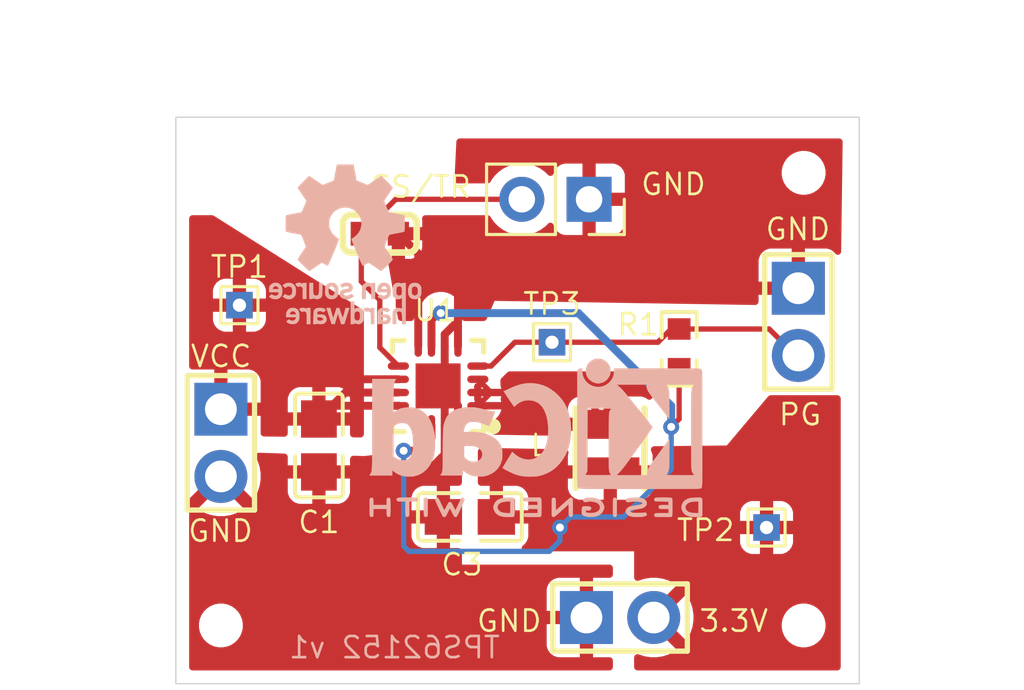
<source format=kicad_pcb>
(kicad_pcb (version 20241229) (generator "pcbnew") (generator_version "9.0")
  (layers (0 "F.Cu" signal) (2 "B.Cu" signal) (13 "F.Paste" user) (15 "B.Paste" user) (5 "F.SilkS" user "F.Silkscreen") (7 "B.SilkS" user "B.Silkscreen") (1 "F.Mask" user) (3 "B.Mask" user) (25 "Edge.Cuts" user))
  (net 0 "")
  (net 1 "GND")
  (net 2 "VCC")
  (net 3 "+3.3V")
  (net 4 "/POWER_GOOD")
  (net 5 "/SSTR")
  (net 6 "/SW")
  (footprint "MountingHole:ToolingHole_1.152mm" (layer "F.Cu") (at 183.3 123.8)
    (property "Reference" "REF**" (hide yes))
    (property "Value" "ToolingHole_1.152mm")
    (pad "" np_thru_hole circle (at 0 0) (size 1.152 1.152) (drill 1.152) (layers "*.Cu" "*.Mask"))
    (zone (net 0) (net_name "") (layers "F.Cu" "B.Cu") (connect_pads (clearance 0)) (min_thickness 0.25)
      (keepout (tracks not_allowed) (vias allowed) (pads allowed) (copperpour not_allowed) (footprints not_allowed))
      (fill (thermal_gap 0.5) (thermal_bridge_width 0.5))
      (polygon (pts (xy 184 123.8) (xy 183.979659 123.632479) (xy 183.919819 123.474694) (xy 183.823958 123.335814) (xy 183.697645 123.223911) (xy 183.548223 123.145489) (xy 183.384376 123.105104) (xy 183.215624 123.105104) (xy 183.051777 123.145489) (xy 182.902355 123.223911) (xy 182.776042 123.335814) (xy 182.680181 123.474694) (xy 182.620341 123.632479) (xy 182.6 123.8) (xy 182.620341 123.967521) (xy 182.680181 124.125306) (xy 182.776042 124.264186) (xy 182.902355 124.376089) (xy 183.051777 124.454511) (xy 183.215624 124.494896) (xy 183.384376 124.494896) (xy 183.548223 124.454511) (xy 183.697645 124.376089) (xy 183.823958 124.264186) (xy 183.919819 124.125306) (xy 183.979659 123.967521)))
    )
  )
  (footprint "TPS62152:TQFN-16_L3.0-W3.0-P0.50-TL-EP1.7" (layer "F.Cu") (at 169.5 114.75 180)
    (property "Reference" "U1" (at 0.1 2.85 0) (layer "F.SilkS") (effects (font (size 0.8 0.8) (thickness 0.1))))
    (property "Value" "TPS62152RGTR")
    (pad "1" smd oval (at -1.5 -0.75 180) (size 0.8 0.28) (layers "F.Cu" "F.Mask" "F.Paste") (net 6 "/SW"))
    (pad "2" smd oval (at -1.5 -0.25 180) (size 0.8 0.28) (layers "F.Cu" "F.Mask" "F.Paste") (net 6 "/SW"))
    (pad "3" smd oval (at -1.5 0.25 180) (size 0.8 0.28) (layers "F.Cu" "F.Mask" "F.Paste") (net 6 "/SW"))
    (pad "4" smd oval (at -1.5 0.75 180) (size 0.8 0.28) (layers "F.Cu" "F.Mask" "F.Paste") (net 4 "/POWER_GOOD"))
    (pad "5" smd oval (at -0.75 1.5 180) (size 0.28 0.8) (layers "F.Cu" "F.Mask" "F.Paste") (net 1 "GND"))
    (pad "6" smd oval (at -0.25 1.5 180) (size 0.28 0.8) (layers "F.Cu" "F.Mask" "F.Paste") (net 1 "GND"))
    (pad "7" smd oval (at 0.25 1.5 180) (size 0.28 0.8) (layers "F.Cu" "F.Mask" "F.Paste") (net 3 "+3.3V"))
    (pad "8" smd oval (at 0.75 1.5 180) (size 0.28 0.8) (layers "F.Cu" "F.Mask" "F.Paste") (net 1 "GND"))
    (pad "9" smd oval (at 1.5 0.75 180) (size 0.8 0.28) (layers "F.Cu" "F.Mask" "F.Paste") (net 5 "/SSTR"))
    (pad "10" smd oval (at 1.5 0.25 180) (size 0.8 0.28) (layers "F.Cu" "F.Mask" "F.Paste") (net 2 "VCC"))
    (pad "11" smd oval (at 1.5 -0.25 180) (size 0.8 0.28) (layers "F.Cu" "F.Mask" "F.Paste") (net 2 "VCC"))
    (pad "12" smd oval (at 1.5 -0.75 180) (size 0.8 0.28) (layers "F.Cu" "F.Mask" "F.Paste") (net 2 "VCC"))
    (pad "13" smd oval (at 0.75 -1.5 180) (size 0.28 0.8) (layers "F.Cu" "F.Mask" "F.Paste") (net 2 "VCC"))
    (pad "14" smd oval (at 0.25 -1.5 180) (size 0.28 0.8) (layers "F.Cu" "F.Mask" "F.Paste") (net 3 "+3.3V"))
    (pad "15" smd oval (at -0.25 -1.5 180) (size 0.28 0.8) (layers "F.Cu" "F.Mask" "F.Paste") (net 1 "GND"))
    (pad "16" smd oval (at -0.75 -1.5 180) (size 0.28 0.8) (layers "F.Cu" "F.Mask" "F.Paste") (net 1 "GND"))
    (pad "17" smd rect (at 0 0 180) (size 1.7 1.7) (layers "F.Cu" "F.Mask" "F.Paste") (net 1 "GND"))
  )
  (footprint "MountingHole:ToolingHole_1.152mm" (layer "F.Cu") (at 183.3 106.7)
    (property "Reference" "REF**" (hide yes))
    (property "Value" "ToolingHole_1.152mm")
    (pad "" np_thru_hole circle (at 0 0) (size 1.152 1.152) (drill 1.152) (layers "*.Cu" "*.Mask"))
    (zone (net 0) (net_name "") (layers "F.Cu" "B.Cu") (connect_pads (clearance 0)) (min_thickness 0.25)
      (keepout (tracks not_allowed) (vias allowed) (pads allowed) (copperpour not_allowed) (footprints not_allowed))
      (fill (thermal_gap 0.5) (thermal_bridge_width 0.5))
      (polygon (pts (xy 184 106.7) (xy 183.979659 106.532479) (xy 183.919819 106.374694) (xy 183.823958 106.235814) (xy 183.697645 106.123911) (xy 183.548223 106.045489) (xy 183.384376 106.005104) (xy 183.215624 106.005104) (xy 183.051777 106.045489) (xy 182.902355 106.123911) (xy 182.776042 106.235814) (xy 182.680181 106.374694) (xy 182.620341 106.532479) (xy 182.6 106.7) (xy 182.620341 106.867521) (xy 182.680181 107.025306) (xy 182.776042 107.164186) (xy 182.902355 107.276089) (xy 183.051777 107.354511) (xy 183.215624 107.394896) (xy 183.384376 107.394896) (xy 183.548223 107.354511) (xy 183.697645 107.276089) (xy 183.823958 107.164186) (xy 183.919819 107.025306) (xy 183.979659 106.867521)))
    )
  )
  (footprint "TestPoint:TestPoint_THTPad_1.0x1.0mm_Drill0.5mm" (layer "F.Cu") (at 173.8 113.1)
    (property "Reference" "TP3" (at 0 -1.448 0) (layer "F.SilkS") (effects (font (size 0.8 0.8) (thickness 0.1))))
    (property "Value" "TestPoint" (hide yes))
    (pad "1" thru_hole rect (at 0 0) (size 1 1) (drill 0.5) (layers "*.Cu" "*.Mask") (net 4 "/POWER_GOOD"))
  )
  (footprint "TPS62152:R0603" (layer "F.Cu") (at 178.6 113.35 90)
    (property "Reference" "R1" (hide yes))
    (property "Value" "100k")
    (pad "1" smd rect (at -0.75 0 90) (size 0.81 0.86) (layers "F.Cu" "F.Mask" "F.Paste") (net 3 "+3.3V"))
    (pad "2" smd rect (at 0.75 0 90) (size 0.81 0.86) (layers "F.Cu" "F.Mask" "F.Paste") (net 4 "/POWER_GOOD"))
  )
  (footprint "MountingHole:ToolingHole_1.152mm" (layer "F.Cu") (at 161.3 123.8)
    (property "Reference" "REF**" (hide yes))
    (property "Value" "ToolingHole_1.152mm")
    (pad "" np_thru_hole circle (at 0 0) (size 1.152 1.152) (drill 1.152) (layers "*.Cu" "*.Mask"))
    (zone (net 0) (net_name "") (layers "F.Cu" "B.Cu") (connect_pads (clearance 0)) (min_thickness 0.25)
      (keepout (tracks not_allowed) (vias allowed) (pads allowed) (copperpour not_allowed) (footprints not_allowed))
      (fill (thermal_gap 0.5) (thermal_bridge_width 0.5))
      (polygon (pts (xy 162 123.8) (xy 161.979659 123.632479) (xy 161.919819 123.474694) (xy 161.823958 123.335814) (xy 161.697645 123.223911) (xy 161.548223 123.145489) (xy 161.384376 123.105104) (xy 161.215624 123.105104) (xy 161.051777 123.145489) (xy 160.902355 123.223911) (xy 160.776042 123.335814) (xy 160.680181 123.474694) (xy 160.620341 123.632479) (xy 160.6 123.8) (xy 160.620341 123.967521) (xy 160.680181 124.125306) (xy 160.776042 124.264186) (xy 160.902355 124.376089) (xy 161.051777 124.454511) (xy 161.215624 124.494896) (xy 161.384376 124.494896) (xy 161.548223 124.454511) (xy 161.697645 124.376089) (xy 161.823958 124.264186) (xy 161.919819 124.125306) (xy 161.979659 123.967521)))
    )
  )
  (footprint "TPS62152:IND-SMD_L2.5-W2.0-B" (layer "F.Cu") (at 176 117.1 90)
    (property "Reference" "L1" (at 0.1 -2.3 180) (layer "F.SilkS") (effects (font (size 0.8 0.8) (thickness 0.1))))
    (property "Value" "2.2u" (hide yes))
    (pad "1" smd rect (at -0.9 0 90) (size 1.1 2.2) (layers "F.Cu" "F.Mask" "F.Paste") (net 3 "+3.3V"))
    (pad "2" smd rect (at 0.9 0 90) (size 1.1 2.2) (layers "F.Cu" "F.Mask" "F.Paste") (net 6 "/SW"))
  )
  (footprint "TPS62152:HDR-TH_2P-P2.54-V-M" (layer "F.Cu") (at 176.37 123.5)
    (property "Reference" "J2" (hide yes))
    (property "Value" "Conn_01x02_Pin" (hide yes))
    (pad "1" thru_hole rect (at -1.27 0) (size 2 2) (drill 1.199998) (layers "*.Cu" "*.Mask") (net 1 "GND"))
    (pad "2" thru_hole circle (at 1.27 0) (size 2 2) (drill 1.199998) (layers "*.Cu" "*.Mask") (net 3 "+3.3V"))
  )
  (footprint "MountingHole:ToolingHole_1.152mm" (layer "F.Cu") (at 161.3 106.7)
    (property "Reference" "REF**" (hide yes))
    (property "Value" "ToolingHole_1.152mm")
    (pad "" np_thru_hole circle (at 0 0) (size 1.152 1.152) (drill 1.152) (layers "*.Cu" "*.Mask"))
    (zone (net 0) (net_name "") (layers "F.Cu" "B.Cu") (connect_pads (clearance 0)) (min_thickness 0.25)
      (keepout (tracks not_allowed) (vias allowed) (pads allowed) (copperpour not_allowed) (footprints not_allowed))
      (fill (thermal_gap 0.5) (thermal_bridge_width 0.5))
      (polygon (pts (xy 162 106.7) (xy 161.979659 106.532479) (xy 161.919819 106.374694) (xy 161.823958 106.235814) (xy 161.697645 106.123911) (xy 161.548223 106.045489) (xy 161.384376 106.005104) (xy 161.215624 106.005104) (xy 161.051777 106.045489) (xy 160.902355 106.123911) (xy 160.776042 106.235814) (xy 160.680181 106.374694) (xy 160.620341 106.532479) (xy 160.6 106.7) (xy 160.620341 106.867521) (xy 160.680181 107.025306) (xy 160.776042 107.164186) (xy 160.902355 107.276089) (xy 161.051777 107.354511) (xy 161.215624 107.394896) (xy 161.384376 107.394896) (xy 161.548223 107.354511) (xy 161.697645 107.276089) (xy 161.823958 107.164186) (xy 161.919819 107.025306) (xy 161.979659 106.867521)))
    )
  )
  (footprint "TPS62152:C0603" (layer "F.Cu") (at 167.3 109)
    (property "Reference" "C5" (hide yes))
    (property "Value" "22n")
    (pad "1" smd rect (at -0.7 0) (size 0.8 0.9) (layers "F.Cu" "F.Mask" "F.Paste") (net 5 "/SSTR"))
    (pad "2" smd rect (at 0.7 0) (size 0.8 0.9) (layers "F.Cu" "F.Mask" "F.Paste") (net 1 "GND"))
  )
  (footprint "Connector_PinSocket_2.54mm:PinSocket_1x02_P2.54mm_Vertical" (layer "F.Cu") (at 175.2 107.7 -90)
    (property "Reference" "J4" (hide yes))
    (property "Value" "Conn_01x02_Socket")
    (pad "1" thru_hole rect (at 0 0 270) (size 1.7 1.7) (drill 1) (layers "*.Cu" "*.Mask") (net 1 "GND"))
    (pad "2" thru_hole circle (at 0 2.54 270) (size 1.7 1.7) (drill 1) (layers "*.Cu" "*.Mask") (net 5 "/SSTR"))
  )
  (footprint "TestPoint:TestPoint_THTPad_1.0x1.0mm_Drill0.5mm" (layer "F.Cu") (at 181.9 120.1)
    (property "Reference" "TP2" (at -2.3 0.1 0) (layer "F.SilkS") (effects (font (size 0.8 0.8) (thickness 0.1))))
    (property "Value" "TestPoint" (hide yes))
    (pad "1" thru_hole rect (at 0 0) (size 1 1) (drill 0.5) (layers "*.Cu" "*.Mask") (net 3 "+3.3V"))
  )
  (footprint "TPS62152:HDR-TH_2P-P2.54-V-M" (layer "F.Cu") (at 161.3 116.9 -90)
    (property "Reference" "J1" (hide yes))
    (property "Value" "Conn_01x02_Pin")
    (pad "1" thru_hole rect (at -1.27 0 270) (size 2 2) (drill 1.199998) (layers "*.Cu" "*.Mask") (net 2 "VCC"))
    (pad "2" thru_hole circle (at 1.27 0 270) (size 2 2) (drill 1.199998) (layers "*.Cu" "*.Mask") (net 1 "GND"))
  )
  (footprint "TPS62152:C0805" (layer "F.Cu") (at 170.7 119.7 180)
    (property "Reference" "C3" (at 0.3 -1.8 0) (layer "F.SilkS") (effects (font (size 0.8 0.8) (thickness 0.1))))
    (property "Value" "22u" (hide yes))
    (pad "1" smd rect (at -1 0 180) (size 1.41 1.35) (layers "F.Cu" "F.Mask" "F.Paste") (net 3 "+3.3V"))
    (pad "2" smd rect (at 1 0 180) (size 1.41 1.35) (layers "F.Cu" "F.Mask" "F.Paste") (net 1 "GND"))
  )
  (footprint "TPS62152:HDR-TH_2P-P2.54-V-M" (layer "F.Cu") (at 183.1 112.33 -90)
    (property "Reference" "J3" (hide yes))
    (property "Value" "Conn_01x02_Pin" (hide yes))
    (pad "1" thru_hole rect (at -1.27 0 270) (size 2 2) (drill 1.199998) (layers "*.Cu" "*.Mask") (net 1 "GND"))
    (pad "2" thru_hole circle (at 1.27 0 270) (size 2 2) (drill 1.199998) (layers "*.Cu" "*.Mask") (net 4 "/POWER_GOOD"))
  )
  (footprint "TestPoint:TestPoint_THTPad_1.0x1.0mm_Drill0.5mm" (layer "F.Cu") (at 162 111.7)
    (property "Reference" "TP1" (at 0 -1.448 0) (layer "F.SilkS") (effects (font (size 0.8 0.8) (thickness 0.1))))
    (property "Value" "TestPoint")
    (pad "1" thru_hole rect (at 0 0) (size 1 1) (drill 0.5) (layers "*.Cu" "*.Mask") (net 2 "VCC"))
  )
  (footprint "TPS62152:C0805" (layer "F.Cu") (at 165 117 -90)
    (property "Reference" "C1" (at 2.9 0 180) (layer "F.SilkS") (effects (font (size 0.8 0.8) (thickness 0.1))))
    (property "Value" "10u")
    (pad "1" smd rect (at -1 0 270) (size 1.41 1.35) (layers "F.Cu" "F.Mask" "F.Paste") (net 2 "VCC"))
    (pad "2" smd rect (at 1 0 270) (size 1.41 1.35) (layers "F.Cu" "F.Mask" "F.Paste") (net 1 "GND"))
  )
  (footprint "Symbol:OSHW-Logo_5.7x6mm_SilkScreen" (layer "B.Cu") (at 166 109.4 180)
    (property "Reference" "REF**" (hide yes))
    (property "Value" "OSHW-Logo_5.7x6mm_SilkScreen" (hide yes))
  )
  (footprint "Symbol:KiCad-Logo2_5mm_SilkScreen" (layer "B.Cu") (at 173.2 116.7 180)
    (property "Reference" "REF**" (hide yes))
    (property "Value" "KiCad-Logo2_5mm_SilkScreen" (hide yes))
  )
  (gr_rect (start 159.6 104.6) (end 185.4 126) (stroke (width 0.05)) (fill no) (layer "Edge.Cuts"))
  (gr_text "SS/TR" (at 166.9 107.7 0) (layer "F.SilkS") (effects (font (size 0.8 0.8) (thickness 0.1)) (justify left bottom)))
  (gr_text "R1	" (at 176.2 112.9 0) (layer "F.SilkS") (effects (font (size 0.8 0.8) (thickness 0.1)) (justify left bottom)))
  (gr_text "PG" (at 182.3 116.3 0) (layer "F.SilkS") (effects (font (size 0.8 0.8) (thickness 0.1)) (justify left bottom)))
  (gr_text "GND" (at 160 120.7 0) (layer "F.SilkS") (effects (font (size 0.8 0.8) (thickness 0.1)) (justify left bottom)))
  (gr_text "VCC" (at 160.1 114.1 0) (layer "F.SilkS") (effects (font (size 0.8 0.8) (thickness 0.1)) (justify left bottom)))
  (gr_text "GND" (at 170.9 124.1 0) (layer "F.SilkS") (effects (font (size 0.8 0.8) (thickness 0.1)) (justify left bottom)))
  (gr_text "GND" (at 177.1 107.6 0) (layer "F.SilkS") (effects (font (size 0.8 0.8) (thickness 0.1)) (justify left bottom)))
  (gr_text "3.3V" (at 179.3 124.1 0) (layer "F.SilkS") (effects (font (size 0.8 0.8) (thickness 0.1)) (justify left bottom)))
  (gr_text "GND" (at 181.8 109.3 0) (layer "F.SilkS") (effects (font (size 0.8 0.8) (thickness 0.1)) (justify left bottom)))
  (gr_text "TPS62152 v1" (at 171.9 125.1 0) (layer "B.SilkS") (effects (font (size 0.8 0.8) (thickness 0.1)) (justify left bottom mirror)))
  (segment (start 168.75 109.75) (end 168 109) (width 0.3) (layer "F.Cu") (net 1))
  (segment (start 170.25 112.75) (end 170.25 112.5) (width 0.3) (layer "F.Cu") (net 1))
  (segment (start 170.25 116.25) (end 170.25 115.5) (width 0.3) (layer "F.Cu") (net 1))
  (segment (start 169.75 112.8) (end 170.25 112.3) (width 0.3) (layer "F.Cu") (net 1))
  (segment (start 170.25 112.5) (end 170.25 112.3) (width 0.3) (layer "F.Cu") (net 1))
  (segment (start 169.75 110.75) (end 168 109) (width 0.3) (layer "F.Cu") (net 1))
  (segment (start 169.75 114.5) (end 169.5 114.75) (width 0.3) (layer "F.Cu") (net 1))
  (segment (start 169.5 114.75) (end 169.75 115) (width 0.3) (layer "F.Cu") (net 1))
  (segment (start 170.25 116.25) (end 170.25 117.15) (width 0.3) (layer "F.Cu") (net 1))
  (segment (start 169.75 113.25) (end 169.75 112.8) (width 0.3) (layer "F.Cu") (net 1))
  (segment (start 169.75 113.25) (end 169.75 114.5) (width 0.3) (layer "F.Cu") (net 1))
  (segment (start 170.25 111.25) (end 169.75 110.75) (width 0.3) (layer "F.Cu") (net 1))
  (segment (start 169.75 115) (end 169.75 116.25) (width 0.3) (layer "F.Cu") (net 1))
  (segment (start 170.25 113.25) (end 170.25 112.5) (width 0.3) (layer "F.Cu") (net 1))
  (segment (start 169.75 116.25) (end 169.75 117.65) (width 0.3) (layer "F.Cu") (net 1))
  (segment (start 168.75 113.25) (end 168.75 109.75) (width 0.3) (layer "F.Cu") (net 1))
  (segment (start 170.25 117.15) (end 169.7 117.7) (width 0.3) (layer "F.Cu") (net 1))
  (segment (start 170.25 112.3) (end 170.25 111.25) (width 0.3) (layer "F.Cu") (net 1))
  (segment (start 169.75 117.65) (end 169.7 117.7) (width 0.3) (layer "F.Cu") (net 1))
  (segment (start 170.25 115.5) (end 169.5 114.75) (width 0.3) (layer "F.Cu") (net 1))
  (segment (start 169.7 117.7) (end 169.7 119.7) (width 0.3) (layer "F.Cu") (net 1))
  (segment (start 166.5 114.5) (end 166 115) (width 0.3) (layer "F.Cu") (net 2))
  (segment (start 168 114.5) (end 166.5 114.5) (width 0.3) (layer "F.Cu") (net 2))
  (segment (start 168 115.5) (end 165.5 115.5) (width 0.3) (layer "F.Cu") (net 2))
  (segment (start 166 115) (end 165 116) (width 0.3) (layer "F.Cu") (net 2))
  (segment (start 168.75 116.25) (end 168 115.5) (width 0.3) (layer "F.Cu") (net 2))
  (segment (start 168 115) (end 166 115) (width 0.3) (layer "F.Cu") (net 2))
  (segment (start 165.5 115.5) (end 165 116) (width 0.3) (layer "F.Cu") (net 2))
  (segment (start 169.5 112) (end 169.25 112.25) (width 0.3) (layer "F.Cu") (net 3))
  (segment (start 169.25 116.25) (end 169.25 116.704379) (width 0.3) (layer "F.Cu") (net 3))
  (segment (start 169.25 116.704379) (end 168.754379 117.2) (width 0.3) (layer "F.Cu") (net 3))
  (segment (start 169.6 112) (end 169.5 112) (width 0.3) (layer "F.Cu") (net 3))
  (segment (start 178.3 116.3) (end 178.6 116) (width 0.2) (layer "F.Cu") (net 3))
  (segment (start 178.6 116) (end 178.6 114.1) (width 0.2) (layer "F.Cu") (net 3))
  (segment (start 169.25 112.25) (end 169.25 113.25) (width 0.3) (layer "F.Cu") (net 3))
  (segment (start 168.754379 117.2) (end 168.2 117.2) (width 0.3) (layer "F.Cu") (net 3))
  (via (at 178.3 116.3) (size 0.6) (drill 0.3) (layers "F.Cu" "B.Cu") (net 3))
  (via (at 174.1 120.1) (size 0.6) (drill 0.3) (layers "F.Cu" "B.Cu") (net 3))
  (via (at 168.2 117.2) (size 0.6) (drill 0.3) (layers "F.Cu" "B.Cu") (net 3))
  (via (at 169.6 112) (size 0.6) (drill 0.3) (layers "F.Cu" "B.Cu") (net 3))
  (segment (start 168.2 120.8) (end 168.2 117.2) (width 0.2) (layer "B.Cu") (net 3))
  (segment (start 174.8 112) (end 178.3 115.5) (width 0.3) (layer "B.Cu") (net 3))
  (segment (start 173.7 121) (end 168.4 121) (width 0.2) (layer "B.Cu") (net 3))
  (segment (start 178.3 117.9) (end 178.3 116.3) (width 0.2) (layer "B.Cu") (net 3))
  (segment (start 176.5 119.7) (end 178.3 117.9) (width 0.2) (layer "B.Cu") (net 3))
  (segment (start 178.3 115.5) (end 178.3 116.3) (width 0.3) (layer "B.Cu") (net 3))
  (segment (start 169.6 112) (end 174.8 112) (width 0.3) (layer "B.Cu") (net 3))
  (segment (start 168.4 121) (end 168.2 120.8) (width 0.2) (layer "B.Cu") (net 3))
  (segment (start 174.5 119.7) (end 176.5 119.7) (width 0.2) (layer "B.Cu") (net 3))
  (segment (start 174.1 120.1) (end 174.1 120.6) (width 0.2) (layer "B.Cu") (net 3))
  (segment (start 174.1 120.1) (end 174.5 119.7) (width 0.2) (layer "B.Cu") (net 3))
  (segment (start 174.1 120.6) (end 173.7 121) (width 0.2) (layer "B.Cu") (net 3))
  (segment (start 171.5 114) (end 172.4 113.1) (width 0.2) (layer "F.Cu") (net 4))
  (segment (start 183 113.6) (end 182 112.6) (width 0.2) (layer "F.Cu") (net 4))
  (segment (start 177.8 113.1) (end 173.8 113.1) (width 0.2) (layer "F.Cu") (net 4))
  (segment (start 178.6 112.6) (end 178.3 112.6) (width 0.2) (layer "F.Cu") (net 4))
  (segment (start 172.4 113.1) (end 173.8 113.1) (width 0.2) (layer "F.Cu") (net 4))
  (segment (start 171 114) (end 171.5 114) (width 0.2) (layer "F.Cu") (net 4))
  (segment (start 178.3 112.6) (end 177.8 113.1) (width 0.2) (layer "F.Cu") (net 4))
  (segment (start 182 112.6) (end 178.6 112.6) (width 0.2) (layer "F.Cu") (net 4))
  (segment (start 183.1 113.6) (end 183 113.6) (width 0.2) (layer "F.Cu") (net 4))
  (segment (start 166.6 109) (end 166.6 108.96) (width 0.2) (layer "F.Cu") (net 5))
  (segment (start 166.6 109) (end 166.6 110.8) (width 0.2) (layer "F.Cu") (net 5))
  (segment (start 167.3 111.5) (end 167.3 113.3) (width 0.2) (layer "F.Cu") (net 5))
  (segment (start 167.9 107.7) (end 172.66 107.7) (width 0.2) (layer "F.Cu") (net 5))
  (segment (start 167.3 113.3) (end 168 114) (width 0.2) (layer "F.Cu") (net 5))
  (segment (start 166.6 110.8) (end 167.3 111.5) (width 0.2) (layer "F.Cu") (net 5))
  (segment (start 166.6 109) (end 167.9 107.7) (width 0.2) (layer "F.Cu") (net 5))
  (segment (start 175.15 115.35) (end 176 116.2) (width 0.2) (layer "F.Cu") (net 6))
  (segment (start 171 115.5) (end 171.5 115) (width 0.2) (layer "F.Cu") (net 6))
  (segment (start 171 115) (end 174.8 115) (width 0.2) (layer "F.Cu") (net 6))
  (segment (start 174.8 115) (end 176 116.2) (width 0.2) (layer "F.Cu") (net 6))
  (segment (start 171.5 115) (end 174.8 115) (width 0.2) (layer "F.Cu") (net 6))
  (segment (start 171 114.5) (end 171.5 115) (width 0.2) (layer "F.Cu") (net 6))
  (segment (start 174.8 115) (end 175.15 115.35) (width 0.2) (layer "F.Cu") (net 6))
  (zone (net 3) (net_name "+3.3V") (layer "F.Cu") (priority 1) (connect_pads (clearance 0.5)) (min_thickness 0.25) (fill yes (thermal_gap 0.5) (thermal_bridge_width 0.5))
    (polygon (pts (xy 182 115.1) (xy 180.4 117) (xy 171 117.1) (xy 171 120.325) (xy 171.675 121) (xy 176.9 121) (xy 176.9 125.5) (xy 184.7 125.5) (xy 184.7 115.1)))
  )
  (zone (net 2) (net_name "VCC") (layer "F.Cu") (priority 2) (connect_pads (clearance 0.5)) (min_thickness 0.25) (fill yes (thermal_gap 0.5) (thermal_bridge_width 0.5))
    (polygon (pts (xy 159.882054 116.630429) (xy 166.7 116.7) (xy 166.7 111.9) (xy 161 108.3) (xy 159.9 108.3)))
  )
  (zone (net 6) (net_name "/SW") (layer "F.Cu") (priority 3) (connect_pads (clearance 0.5)) (min_thickness 0.25) (fill yes (thermal_gap 0.5) (thermal_bridge_width 0.5))
    (polygon (pts (xy 171.8 116.6) (xy 172 116.6) (xy 177.6 116.7) (xy 177.6 114.2) (xy 171.9 114.2) (xy 170.6 114.385718) (xy 170.6 115.963637) (xy 171.6 116.6)))
  )
  (zone (net 1) (net_name "GND") (layer "F.Cu") (priority 4) (connect_pads (clearance 0.5)) (min_thickness 0.25) (fill yes (thermal_gap 0.5) (thermal_bridge_width 0.5))
    (polygon (pts (xy 167.412154 108.940884) (xy 168 112.3) (xy 171.3 112.3) (xy 171.633577 111.537538) (xy 184.688451 111.743126) (xy 184.775343 105.4) (xy 170.195116 105.4) (xy 170.121512 106.908865)))
  )
  (zone (net 1) (net_name "GND") (layer "F.Cu") (connect_pads (clearance 0.5)) (min_thickness 0.25) (fill yes (thermal_gap 0.5) (thermal_bridge_width 0.5))
    (polygon (pts (xy 157.2 117.1) (xy 166.7 117.4) (xy 170.4 117) (xy 170.4 118.5) (xy 170.4 121.5) (xy 170.4 121.5) (xy 176.1 121.5) (xy 176.1 125.5) (xy 160.1 125.5) (xy 160.088095 117.1)))
  )
)
</source>
